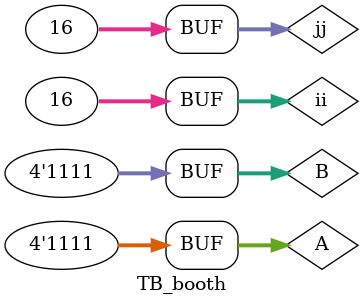
<source format=v>
`timescale 1ns / 1ps
module TB_booth ();
    
    
    reg [3:0] A = 0;
    reg [3:0] B = 0;
    wire [7:0]  p;
    wire [2:0] add;
    wire [5:0] contrib;
    booth_mult booth
    (
    .A(A),
    .B(B),
    .P(p),
    .add(add),
    .contrib(contrib)
    );
    integer ii,jj;
    initial begin
        
        for (ii = 0; ii< 16; ii = ii+1) begin
            for (jj = 0; jj< 16; jj = jj+1) begin
                A = ii;
                B = jj;
                #2;
            end
        end
    end
    
endmodule

</source>
